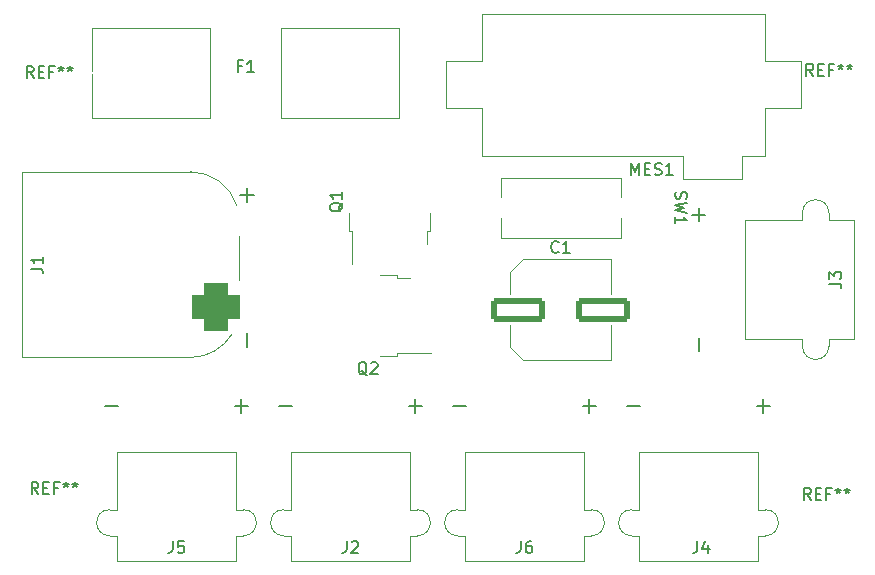
<source format=gto>
%TF.GenerationSoftware,KiCad,Pcbnew,(6.0.11)*%
%TF.CreationDate,2023-05-24T21:09:08+09:00*%
%TF.ProjectId,power,706f7765-722e-46b6-9963-61645f706362,rev?*%
%TF.SameCoordinates,Original*%
%TF.FileFunction,Legend,Top*%
%TF.FilePolarity,Positive*%
%FSLAX46Y46*%
G04 Gerber Fmt 4.6, Leading zero omitted, Abs format (unit mm)*
G04 Created by KiCad (PCBNEW (6.0.11)) date 2023-05-24 21:09:08*
%MOMM*%
%LPD*%
G01*
G04 APERTURE LIST*
G04 Aperture macros list*
%AMRoundRect*
0 Rectangle with rounded corners*
0 $1 Rounding radius*
0 $2 $3 $4 $5 $6 $7 $8 $9 X,Y pos of 4 corners*
0 Add a 4 corners polygon primitive as box body*
4,1,4,$2,$3,$4,$5,$6,$7,$8,$9,$2,$3,0*
0 Add four circle primitives for the rounded corners*
1,1,$1+$1,$2,$3*
1,1,$1+$1,$4,$5*
1,1,$1+$1,$6,$7*
1,1,$1+$1,$8,$9*
0 Add four rect primitives between the rounded corners*
20,1,$1+$1,$2,$3,$4,$5,0*
20,1,$1+$1,$4,$5,$6,$7,0*
20,1,$1+$1,$6,$7,$8,$9,0*
20,1,$1+$1,$8,$9,$2,$3,0*%
G04 Aperture macros list end*
%ADD10C,0.150000*%
%ADD11C,0.120000*%
%ADD12C,2.200000*%
%ADD13C,1.400000*%
%ADD14R,3.500000X3.500000*%
%ADD15C,3.500000*%
%ADD16C,1.524000*%
%ADD17RoundRect,0.250001X-1.999999X-0.799999X1.999999X-0.799999X1.999999X0.799999X-1.999999X0.799999X0*%
%ADD18R,1.200000X2.200000*%
%ADD19R,5.800000X6.400000*%
%ADD20C,1.700000*%
%ADD21C,3.000000*%
%ADD22R,2.200000X1.200000*%
%ADD23R,6.400000X5.800000*%
%ADD24R,2.000000X0.900000*%
%ADD25RoundRect,1.025000X1.025000X-1.025000X1.025000X1.025000X-1.025000X1.025000X-1.025000X-1.025000X0*%
%ADD26C,4.100000*%
G04 APERTURE END LIST*
D10*
%TO.C,REF\u002A\u002A*%
X164586666Y-105258380D02*
X164253333Y-104782190D01*
X164015238Y-105258380D02*
X164015238Y-104258380D01*
X164396190Y-104258380D01*
X164491428Y-104306000D01*
X164539047Y-104353619D01*
X164586666Y-104448857D01*
X164586666Y-104591714D01*
X164539047Y-104686952D01*
X164491428Y-104734571D01*
X164396190Y-104782190D01*
X164015238Y-104782190D01*
X165015238Y-104734571D02*
X165348571Y-104734571D01*
X165491428Y-105258380D02*
X165015238Y-105258380D01*
X165015238Y-104258380D01*
X165491428Y-104258380D01*
X166253333Y-104734571D02*
X165920000Y-104734571D01*
X165920000Y-105258380D02*
X165920000Y-104258380D01*
X166396190Y-104258380D01*
X166920000Y-104258380D02*
X166920000Y-104496476D01*
X166681904Y-104401238D02*
X166920000Y-104496476D01*
X167158095Y-104401238D01*
X166777142Y-104686952D02*
X166920000Y-104496476D01*
X167062857Y-104686952D01*
X167681904Y-104258380D02*
X167681904Y-104496476D01*
X167443809Y-104401238D02*
X167681904Y-104496476D01*
X167920000Y-104401238D01*
X167539047Y-104686952D02*
X167681904Y-104496476D01*
X167824761Y-104686952D01*
%TO.C,J6*%
X140020666Y-108758380D02*
X140020666Y-109472666D01*
X139973047Y-109615523D01*
X139877809Y-109710761D01*
X139734952Y-109758380D01*
X139639714Y-109758380D01*
X140925428Y-108758380D02*
X140734952Y-108758380D01*
X140639714Y-108806000D01*
X140592095Y-108853619D01*
X140496857Y-108996476D01*
X140449238Y-109186952D01*
X140449238Y-109567904D01*
X140496857Y-109663142D01*
X140544476Y-109710761D01*
X140639714Y-109758380D01*
X140830190Y-109758380D01*
X140925428Y-109710761D01*
X140973047Y-109663142D01*
X141020666Y-109567904D01*
X141020666Y-109329809D01*
X140973047Y-109234571D01*
X140925428Y-109186952D01*
X140830190Y-109139333D01*
X140639714Y-109139333D01*
X140544476Y-109186952D01*
X140496857Y-109234571D01*
X140449238Y-109329809D01*
X134282571Y-97308142D02*
X135425428Y-97308142D01*
X145282571Y-97308142D02*
X146425428Y-97308142D01*
X145854000Y-97879571D02*
X145854000Y-96736714D01*
%TO.C,REF\u002A\u002A*%
X99186666Y-104758380D02*
X98853333Y-104282190D01*
X98615238Y-104758380D02*
X98615238Y-103758380D01*
X98996190Y-103758380D01*
X99091428Y-103806000D01*
X99139047Y-103853619D01*
X99186666Y-103948857D01*
X99186666Y-104091714D01*
X99139047Y-104186952D01*
X99091428Y-104234571D01*
X98996190Y-104282190D01*
X98615238Y-104282190D01*
X99615238Y-104234571D02*
X99948571Y-104234571D01*
X100091428Y-104758380D02*
X99615238Y-104758380D01*
X99615238Y-103758380D01*
X100091428Y-103758380D01*
X100853333Y-104234571D02*
X100520000Y-104234571D01*
X100520000Y-104758380D02*
X100520000Y-103758380D01*
X100996190Y-103758380D01*
X101520000Y-103758380D02*
X101520000Y-103996476D01*
X101281904Y-103901238D02*
X101520000Y-103996476D01*
X101758095Y-103901238D01*
X101377142Y-104186952D02*
X101520000Y-103996476D01*
X101662857Y-104186952D01*
X102281904Y-103758380D02*
X102281904Y-103996476D01*
X102043809Y-103901238D02*
X102281904Y-103996476D01*
X102520000Y-103901238D01*
X102139047Y-104186952D02*
X102281904Y-103996476D01*
X102424761Y-104186952D01*
%TO.C,MES1*%
X149381904Y-77758380D02*
X149381904Y-76758380D01*
X149715238Y-77472666D01*
X150048571Y-76758380D01*
X150048571Y-77758380D01*
X150524761Y-77234571D02*
X150858095Y-77234571D01*
X151000952Y-77758380D02*
X150524761Y-77758380D01*
X150524761Y-76758380D01*
X151000952Y-76758380D01*
X151381904Y-77710761D02*
X151524761Y-77758380D01*
X151762857Y-77758380D01*
X151858095Y-77710761D01*
X151905714Y-77663142D01*
X151953333Y-77567904D01*
X151953333Y-77472666D01*
X151905714Y-77377428D01*
X151858095Y-77329809D01*
X151762857Y-77282190D01*
X151572380Y-77234571D01*
X151477142Y-77186952D01*
X151429523Y-77139333D01*
X151381904Y-77044095D01*
X151381904Y-76948857D01*
X151429523Y-76853619D01*
X151477142Y-76806000D01*
X151572380Y-76758380D01*
X151810476Y-76758380D01*
X151953333Y-76806000D01*
X152905714Y-77758380D02*
X152334285Y-77758380D01*
X152620000Y-77758380D02*
X152620000Y-76758380D01*
X152524761Y-76901238D01*
X152429523Y-76996476D01*
X152334285Y-77044095D01*
%TO.C,C1*%
X143235333Y-84263142D02*
X143187714Y-84310761D01*
X143044857Y-84358380D01*
X142949619Y-84358380D01*
X142806761Y-84310761D01*
X142711523Y-84215523D01*
X142663904Y-84120285D01*
X142616285Y-83929809D01*
X142616285Y-83786952D01*
X142663904Y-83596476D01*
X142711523Y-83501238D01*
X142806761Y-83406000D01*
X142949619Y-83358380D01*
X143044857Y-83358380D01*
X143187714Y-83406000D01*
X143235333Y-83453619D01*
X144187714Y-84358380D02*
X143616285Y-84358380D01*
X143902000Y-84358380D02*
X143902000Y-83358380D01*
X143806761Y-83501238D01*
X143711523Y-83596476D01*
X143616285Y-83644095D01*
%TO.C,J4*%
X154986666Y-108758380D02*
X154986666Y-109472666D01*
X154939047Y-109615523D01*
X154843809Y-109710761D01*
X154700952Y-109758380D01*
X154605714Y-109758380D01*
X155891428Y-109091714D02*
X155891428Y-109758380D01*
X155653333Y-108710761D02*
X155415238Y-109425047D01*
X156034285Y-109425047D01*
X160014571Y-97308142D02*
X161157428Y-97308142D01*
X160586000Y-97879571D02*
X160586000Y-96736714D01*
X149014571Y-97308142D02*
X150157428Y-97308142D01*
%TO.C,J2*%
X125288666Y-108758380D02*
X125288666Y-109472666D01*
X125241047Y-109615523D01*
X125145809Y-109710761D01*
X125002952Y-109758380D01*
X124907714Y-109758380D01*
X125717238Y-108853619D02*
X125764857Y-108806000D01*
X125860095Y-108758380D01*
X126098190Y-108758380D01*
X126193428Y-108806000D01*
X126241047Y-108853619D01*
X126288666Y-108948857D01*
X126288666Y-109044095D01*
X126241047Y-109186952D01*
X125669619Y-109758380D01*
X126288666Y-109758380D01*
X119550571Y-97308142D02*
X120693428Y-97308142D01*
X130550571Y-97308142D02*
X131693428Y-97308142D01*
X131122000Y-97879571D02*
X131122000Y-96736714D01*
%TO.C,Q1*%
X124971619Y-80111238D02*
X124924000Y-80206476D01*
X124828761Y-80301714D01*
X124685904Y-80444571D01*
X124638285Y-80539809D01*
X124638285Y-80635047D01*
X124876380Y-80587428D02*
X124828761Y-80682666D01*
X124733523Y-80777904D01*
X124543047Y-80825523D01*
X124209714Y-80825523D01*
X124019238Y-80777904D01*
X123924000Y-80682666D01*
X123876380Y-80587428D01*
X123876380Y-80396952D01*
X123924000Y-80301714D01*
X124019238Y-80206476D01*
X124209714Y-80158857D01*
X124543047Y-80158857D01*
X124733523Y-80206476D01*
X124828761Y-80301714D01*
X124876380Y-80396952D01*
X124876380Y-80587428D01*
X124876380Y-79206476D02*
X124876380Y-79777904D01*
X124876380Y-79492190D02*
X123876380Y-79492190D01*
X124019238Y-79587428D01*
X124114476Y-79682666D01*
X124162095Y-79777904D01*
%TO.C,J5*%
X110556666Y-108758380D02*
X110556666Y-109472666D01*
X110509047Y-109615523D01*
X110413809Y-109710761D01*
X110270952Y-109758380D01*
X110175714Y-109758380D01*
X111509047Y-108758380D02*
X111032857Y-108758380D01*
X110985238Y-109234571D01*
X111032857Y-109186952D01*
X111128095Y-109139333D01*
X111366190Y-109139333D01*
X111461428Y-109186952D01*
X111509047Y-109234571D01*
X111556666Y-109329809D01*
X111556666Y-109567904D01*
X111509047Y-109663142D01*
X111461428Y-109710761D01*
X111366190Y-109758380D01*
X111128095Y-109758380D01*
X111032857Y-109710761D01*
X110985238Y-109663142D01*
X115818571Y-97308142D02*
X116961428Y-97308142D01*
X116390000Y-97879571D02*
X116390000Y-96736714D01*
X104818571Y-97308142D02*
X105961428Y-97308142D01*
%TO.C,J3*%
X166172380Y-86953333D02*
X166886666Y-86953333D01*
X167029523Y-87000952D01*
X167124761Y-87096190D01*
X167172380Y-87239047D01*
X167172380Y-87334285D01*
X166172380Y-86572380D02*
X166172380Y-85953333D01*
X166553333Y-86286666D01*
X166553333Y-86143809D01*
X166600952Y-86048571D01*
X166648571Y-86000952D01*
X166743809Y-85953333D01*
X166981904Y-85953333D01*
X167077142Y-86000952D01*
X167124761Y-86048571D01*
X167172380Y-86143809D01*
X167172380Y-86429523D01*
X167124761Y-86524761D01*
X167077142Y-86572380D01*
X155106142Y-81691428D02*
X155106142Y-80548571D01*
X155677571Y-81120000D02*
X154534714Y-81120000D01*
X155106142Y-92691428D02*
X155106142Y-91548571D01*
%TO.C,SW1*%
X153157238Y-79190666D02*
X153109619Y-79333523D01*
X153109619Y-79571619D01*
X153157238Y-79666857D01*
X153204857Y-79714476D01*
X153300095Y-79762095D01*
X153395333Y-79762095D01*
X153490571Y-79714476D01*
X153538190Y-79666857D01*
X153585809Y-79571619D01*
X153633428Y-79381142D01*
X153681047Y-79285904D01*
X153728666Y-79238285D01*
X153823904Y-79190666D01*
X153919142Y-79190666D01*
X154014380Y-79238285D01*
X154062000Y-79285904D01*
X154109619Y-79381142D01*
X154109619Y-79619238D01*
X154062000Y-79762095D01*
X154109619Y-80095428D02*
X153109619Y-80333523D01*
X153823904Y-80524000D01*
X153109619Y-80714476D01*
X154109619Y-80952571D01*
X153109619Y-81857333D02*
X153109619Y-81285904D01*
X153109619Y-81571619D02*
X154109619Y-81571619D01*
X153966761Y-81476380D01*
X153871523Y-81381142D01*
X153823904Y-81285904D01*
%TO.C,REF\u002A\u002A*%
X164786666Y-69358380D02*
X164453333Y-68882190D01*
X164215238Y-69358380D02*
X164215238Y-68358380D01*
X164596190Y-68358380D01*
X164691428Y-68406000D01*
X164739047Y-68453619D01*
X164786666Y-68548857D01*
X164786666Y-68691714D01*
X164739047Y-68786952D01*
X164691428Y-68834571D01*
X164596190Y-68882190D01*
X164215238Y-68882190D01*
X165215238Y-68834571D02*
X165548571Y-68834571D01*
X165691428Y-69358380D02*
X165215238Y-69358380D01*
X165215238Y-68358380D01*
X165691428Y-68358380D01*
X166453333Y-68834571D02*
X166120000Y-68834571D01*
X166120000Y-69358380D02*
X166120000Y-68358380D01*
X166596190Y-68358380D01*
X167120000Y-68358380D02*
X167120000Y-68596476D01*
X166881904Y-68501238D02*
X167120000Y-68596476D01*
X167358095Y-68501238D01*
X166977142Y-68786952D02*
X167120000Y-68596476D01*
X167262857Y-68786952D01*
X167881904Y-68358380D02*
X167881904Y-68596476D01*
X167643809Y-68501238D02*
X167881904Y-68596476D01*
X168120000Y-68501238D01*
X167739047Y-68786952D02*
X167881904Y-68596476D01*
X168024761Y-68786952D01*
%TO.C,F1*%
X116398666Y-68522571D02*
X116065333Y-68522571D01*
X116065333Y-69046380D02*
X116065333Y-68046380D01*
X116541523Y-68046380D01*
X117446285Y-69046380D02*
X116874857Y-69046380D01*
X117160571Y-69046380D02*
X117160571Y-68046380D01*
X117065333Y-68189238D01*
X116970095Y-68284476D01*
X116874857Y-68332095D01*
%TO.C,Q2*%
X127015761Y-94716619D02*
X126920523Y-94669000D01*
X126825285Y-94573761D01*
X126682428Y-94430904D01*
X126587190Y-94383285D01*
X126491952Y-94383285D01*
X126539571Y-94621380D02*
X126444333Y-94573761D01*
X126349095Y-94478523D01*
X126301476Y-94288047D01*
X126301476Y-93954714D01*
X126349095Y-93764238D01*
X126444333Y-93669000D01*
X126539571Y-93621380D01*
X126730047Y-93621380D01*
X126825285Y-93669000D01*
X126920523Y-93764238D01*
X126968142Y-93954714D01*
X126968142Y-94288047D01*
X126920523Y-94478523D01*
X126825285Y-94573761D01*
X126730047Y-94621380D01*
X126539571Y-94621380D01*
X127349095Y-93716619D02*
X127396714Y-93669000D01*
X127491952Y-93621380D01*
X127730047Y-93621380D01*
X127825285Y-93669000D01*
X127872904Y-93716619D01*
X127920523Y-93811857D01*
X127920523Y-93907095D01*
X127872904Y-94049952D01*
X127301476Y-94621380D01*
X127920523Y-94621380D01*
%TO.C,J1*%
X98572380Y-85683333D02*
X99286666Y-85683333D01*
X99429523Y-85730952D01*
X99524761Y-85826190D01*
X99572380Y-85969047D01*
X99572380Y-86064285D01*
X99572380Y-84683333D02*
X99572380Y-85254761D01*
X99572380Y-84969047D02*
X98572380Y-84969047D01*
X98715238Y-85064285D01*
X98810476Y-85159523D01*
X98858095Y-85254761D01*
X116837142Y-80021428D02*
X116837142Y-78878571D01*
X117408571Y-79450000D02*
X116265714Y-79450000D01*
X116837142Y-92321428D02*
X116837142Y-91178571D01*
%TO.C,REF\u002A\u002A*%
X98786666Y-69558380D02*
X98453333Y-69082190D01*
X98215238Y-69558380D02*
X98215238Y-68558380D01*
X98596190Y-68558380D01*
X98691428Y-68606000D01*
X98739047Y-68653619D01*
X98786666Y-68748857D01*
X98786666Y-68891714D01*
X98739047Y-68986952D01*
X98691428Y-69034571D01*
X98596190Y-69082190D01*
X98215238Y-69082190D01*
X99215238Y-69034571D02*
X99548571Y-69034571D01*
X99691428Y-69558380D02*
X99215238Y-69558380D01*
X99215238Y-68558380D01*
X99691428Y-68558380D01*
X100453333Y-69034571D02*
X100120000Y-69034571D01*
X100120000Y-69558380D02*
X100120000Y-68558380D01*
X100596190Y-68558380D01*
X101120000Y-68558380D02*
X101120000Y-68796476D01*
X100881904Y-68701238D02*
X101120000Y-68796476D01*
X101358095Y-68701238D01*
X100977142Y-68986952D02*
X101120000Y-68796476D01*
X101262857Y-68986952D01*
X101881904Y-68558380D02*
X101881904Y-68796476D01*
X101643809Y-68701238D02*
X101881904Y-68796476D01*
X102120000Y-68701238D01*
X101739047Y-68986952D02*
X101881904Y-68796476D01*
X102024761Y-68986952D01*
D11*
%TO.C,J6*%
X135294000Y-108311000D02*
X134704000Y-108311000D01*
X145414000Y-106091000D02*
X145414000Y-101191000D01*
X145414000Y-101191000D02*
X135294000Y-101191000D01*
X145414000Y-110411000D02*
X145414000Y-108311000D01*
X145414000Y-110411000D02*
X135294000Y-110411000D01*
X146004000Y-108311000D02*
X145414000Y-108311000D01*
X135294000Y-106091000D02*
X135294000Y-101191000D01*
X146004000Y-106091000D02*
X145414000Y-106091000D01*
X135294000Y-106091000D02*
X134704000Y-106091000D01*
X135294000Y-110411000D02*
X135294000Y-108311000D01*
X134704000Y-106091000D02*
G75*
G03*
X134704000Y-108311000I0J-1110000D01*
G01*
X146004000Y-108311000D02*
G75*
G03*
X146004000Y-106091000I0J1110000D01*
G01*
%TO.C,MES1*%
X133736000Y-68126000D02*
X133736000Y-72126000D01*
X158736000Y-78126000D02*
X158736000Y-76126000D01*
X136736000Y-76126000D02*
X153736000Y-76126000D01*
X158736000Y-76126000D02*
X160736000Y-76126000D01*
X163736000Y-72126000D02*
X163736000Y-68126000D01*
X163736000Y-68126000D02*
X160736000Y-68126000D01*
X136736000Y-64126000D02*
X136736000Y-68126000D01*
X160736000Y-72126000D02*
X163736000Y-72126000D01*
X153736000Y-78126000D02*
X158736000Y-78126000D01*
X160736000Y-68126000D02*
X160736000Y-64126000D01*
X160736000Y-64126000D02*
X136736000Y-64126000D01*
X160736000Y-76126000D02*
X160736000Y-72126000D01*
X136736000Y-68126000D02*
X133736000Y-68126000D01*
X153736000Y-76126000D02*
X153736000Y-78126000D01*
X136736000Y-72126000D02*
X136736000Y-76126000D01*
X133736000Y-72126000D02*
X136736000Y-72126000D01*
%TO.C,C1*%
X139142000Y-85964437D02*
X140206437Y-84900000D01*
X140206437Y-84900000D02*
X147662000Y-84900000D01*
X139142000Y-92355563D02*
X139142000Y-90470000D01*
X147662000Y-84900000D02*
X147662000Y-87850000D01*
X147662000Y-93420000D02*
X147662000Y-90470000D01*
X140206437Y-93420000D02*
X147662000Y-93420000D01*
X139142000Y-85964437D02*
X139142000Y-87850000D01*
X139142000Y-92355563D02*
X140206437Y-93420000D01*
%TO.C,J4*%
X150026000Y-106091000D02*
X150026000Y-101191000D01*
X160146000Y-106091000D02*
X160146000Y-101191000D01*
X150026000Y-110411000D02*
X150026000Y-108311000D01*
X160736000Y-106091000D02*
X160146000Y-106091000D01*
X160146000Y-110411000D02*
X160146000Y-108311000D01*
X150026000Y-108311000D02*
X149436000Y-108311000D01*
X160146000Y-101191000D02*
X150026000Y-101191000D01*
X160146000Y-110411000D02*
X150026000Y-110411000D01*
X150026000Y-106091000D02*
X149436000Y-106091000D01*
X160736000Y-108311000D02*
X160146000Y-108311000D01*
X149436000Y-106091000D02*
G75*
G03*
X149436000Y-108311000I0J-1110000D01*
G01*
X160736000Y-108311000D02*
G75*
G03*
X160736000Y-106091000I0J1110000D01*
G01*
%TO.C,J2*%
X120562000Y-110411000D02*
X120562000Y-108311000D01*
X130682000Y-101191000D02*
X120562000Y-101191000D01*
X120562000Y-106091000D02*
X120562000Y-101191000D01*
X130682000Y-110411000D02*
X130682000Y-108311000D01*
X130682000Y-110411000D02*
X120562000Y-110411000D01*
X131272000Y-108311000D02*
X130682000Y-108311000D01*
X131272000Y-106091000D02*
X130682000Y-106091000D01*
X130682000Y-106091000D02*
X130682000Y-101191000D01*
X120562000Y-108311000D02*
X119972000Y-108311000D01*
X120562000Y-106091000D02*
X119972000Y-106091000D01*
X119972000Y-106091000D02*
G75*
G03*
X119972000Y-108311000I0J-1110000D01*
G01*
X131272000Y-108311000D02*
G75*
G03*
X131272000Y-106091000I0J1110000D01*
G01*
%TO.C,Q1*%
X132104000Y-82486000D02*
X132104000Y-83586000D01*
X125474000Y-80986000D02*
X125474000Y-82486000D01*
X125474000Y-82486000D02*
X125744000Y-82486000D01*
X132374000Y-82486000D02*
X132104000Y-82486000D01*
X125744000Y-82486000D02*
X125744000Y-85316000D01*
X132374000Y-80986000D02*
X132374000Y-82486000D01*
%TO.C,J5*%
X105830000Y-108311000D02*
X105240000Y-108311000D01*
X116540000Y-108311000D02*
X115950000Y-108311000D01*
X105830000Y-106091000D02*
X105240000Y-106091000D01*
X105830000Y-106091000D02*
X105830000Y-101191000D01*
X115950000Y-110411000D02*
X105830000Y-110411000D01*
X116540000Y-106091000D02*
X115950000Y-106091000D01*
X115950000Y-106091000D02*
X115950000Y-101191000D01*
X115950000Y-110411000D02*
X115950000Y-108311000D01*
X105830000Y-110411000D02*
X105830000Y-108311000D01*
X115950000Y-101191000D02*
X105830000Y-101191000D01*
X116540000Y-108311000D02*
G75*
G03*
X116540000Y-106091000I0J1110000D01*
G01*
X105240000Y-106091000D02*
G75*
G03*
X105240000Y-108311000I0J-1110000D01*
G01*
%TO.C,J3*%
X163889000Y-81560000D02*
X158989000Y-81560000D01*
X163889000Y-80970000D02*
X163889000Y-81560000D01*
X166109000Y-80970000D02*
X166109000Y-81560000D01*
X168209000Y-81560000D02*
X168209000Y-91680000D01*
X168209000Y-91680000D02*
X166109000Y-91680000D01*
X163889000Y-91680000D02*
X163889000Y-92270000D01*
X168209000Y-81560000D02*
X166109000Y-81560000D01*
X158989000Y-81560000D02*
X158989000Y-91680000D01*
X163889000Y-91680000D02*
X158989000Y-91680000D01*
X166109000Y-91680000D02*
X166109000Y-92270000D01*
X163889000Y-92270000D02*
G75*
G03*
X166109000Y-92270000I1110000J0D01*
G01*
X166109000Y-80970000D02*
G75*
G03*
X163889000Y-80970000I-1110000J0D01*
G01*
%TO.C,SW1*%
X148482000Y-83064000D02*
X138322000Y-83064000D01*
X138322000Y-83064000D02*
X138322000Y-77984000D01*
X138322000Y-77984000D02*
X148482000Y-77984000D01*
X148482000Y-77984000D02*
X148482000Y-83064000D01*
X148482000Y-83064000D02*
X138322000Y-83064000D01*
%TO.C,F1*%
X103732000Y-65284000D02*
X113732000Y-65284000D01*
X113732000Y-65284000D02*
X113732000Y-72904000D01*
X113732000Y-72904000D02*
X103732000Y-72904000D01*
X103732000Y-72904000D02*
X103732000Y-65284000D01*
X119732000Y-65284000D02*
X129732000Y-65284000D01*
X129732000Y-65284000D02*
X129732000Y-72904000D01*
X129732000Y-72904000D02*
X119732000Y-72904000D01*
X119732000Y-72904000D02*
X119732000Y-65284000D01*
%TO.C,Q2*%
X128081000Y-86219000D02*
X129581000Y-86219000D01*
X129581000Y-93119000D02*
X129581000Y-92849000D01*
X129581000Y-92849000D02*
X132411000Y-92849000D01*
X128081000Y-93119000D02*
X129581000Y-93119000D01*
X129581000Y-86219000D02*
X129581000Y-86489000D01*
X129581000Y-86489000D02*
X130681000Y-86489000D01*
%TO.C,J1*%
X116190000Y-86640000D02*
X116190000Y-82900000D01*
X97770000Y-93210000D02*
X112080000Y-93210000D01*
X97770000Y-93210000D02*
X97770000Y-77490000D01*
X97770000Y-77490000D02*
X112080000Y-77490000D01*
X112080000Y-93210000D02*
G75*
G03*
X115602958Y-91216806I1J4109999D01*
G01*
X116010413Y-80398352D02*
G75*
G03*
X112080000Y-77490000I-3930413J-1201648D01*
G01*
%TD*%
%LPC*%
D12*
%TO.C,REF\u002A\u002A*%
X165920000Y-108006000D03*
%TD*%
D13*
%TO.C,J6*%
X145854000Y-107201000D03*
X134854000Y-107201000D03*
D14*
X137854000Y-97201000D03*
D15*
X142854000Y-97201000D03*
%TD*%
D12*
%TO.C,REF\u002A\u002A*%
X99920000Y-108006000D03*
%TD*%
D16*
%TO.C,MES1*%
X157736000Y-77126000D03*
X155736000Y-77111000D03*
%TD*%
D17*
%TO.C,C1*%
X139802000Y-89160000D03*
X147002000Y-89160000D03*
%TD*%
D13*
%TO.C,J4*%
X160586000Y-107201000D03*
X149586000Y-107201000D03*
D14*
X152586000Y-97201000D03*
D15*
X157586000Y-97201000D03*
%TD*%
D13*
%TO.C,J2*%
X120122000Y-107201000D03*
X131122000Y-107201000D03*
D14*
X123122000Y-97201000D03*
D15*
X128122000Y-97201000D03*
%TD*%
D18*
%TO.C,Q1*%
X126644000Y-84216000D03*
X128924000Y-84216000D03*
D19*
X128924000Y-77916000D03*
D18*
X131204000Y-84216000D03*
%TD*%
D13*
%TO.C,J5*%
X105390000Y-107201000D03*
X116390000Y-107201000D03*
D14*
X108390000Y-97201000D03*
D15*
X113390000Y-97201000D03*
%TD*%
D13*
%TO.C,J3*%
X164999000Y-92120000D03*
X164999000Y-81120000D03*
D14*
X154999000Y-89120000D03*
D15*
X154999000Y-84120000D03*
%TD*%
D20*
%TO.C,SW1*%
X145942000Y-80524000D03*
X143402000Y-80524000D03*
X140862000Y-80524000D03*
X148482000Y-80524000D03*
X138322000Y-80524000D03*
%TD*%
D12*
%TO.C,REF\u002A\u002A*%
X165920000Y-66506000D03*
%TD*%
D21*
%TO.C,F1*%
X105232000Y-69094000D03*
X111932000Y-69094000D03*
X121532000Y-69094000D03*
X128232000Y-69094000D03*
%TD*%
D22*
%TO.C,Q2*%
X131311000Y-91949000D03*
D23*
X125011000Y-89669000D03*
D22*
X131311000Y-89669000D03*
X131311000Y-87389000D03*
%TD*%
D24*
%TO.C,J1*%
X108230000Y-92100000D03*
X108230000Y-78600000D03*
D25*
X114230000Y-88950000D03*
D26*
X114230000Y-81750000D03*
%TD*%
D12*
%TO.C,REF\u002A\u002A*%
X99920000Y-66506000D03*
%TD*%
M02*

</source>
